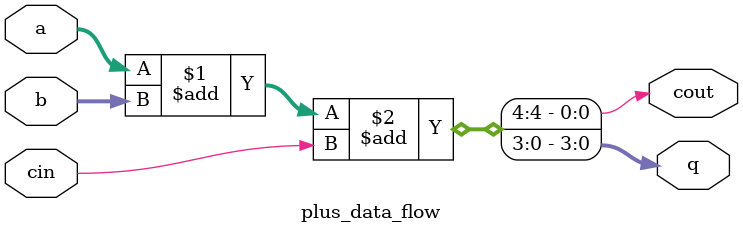
<source format=v>
`timescale 1ns / 1ps
module plus_data_flow(q,cout,a,b,cin);
		output [3:0] q;
		output cout;
		input [3:0] a,b;
		input cin;
		
		assign{cout,q}= a+b+cin;

endmodule


</source>
